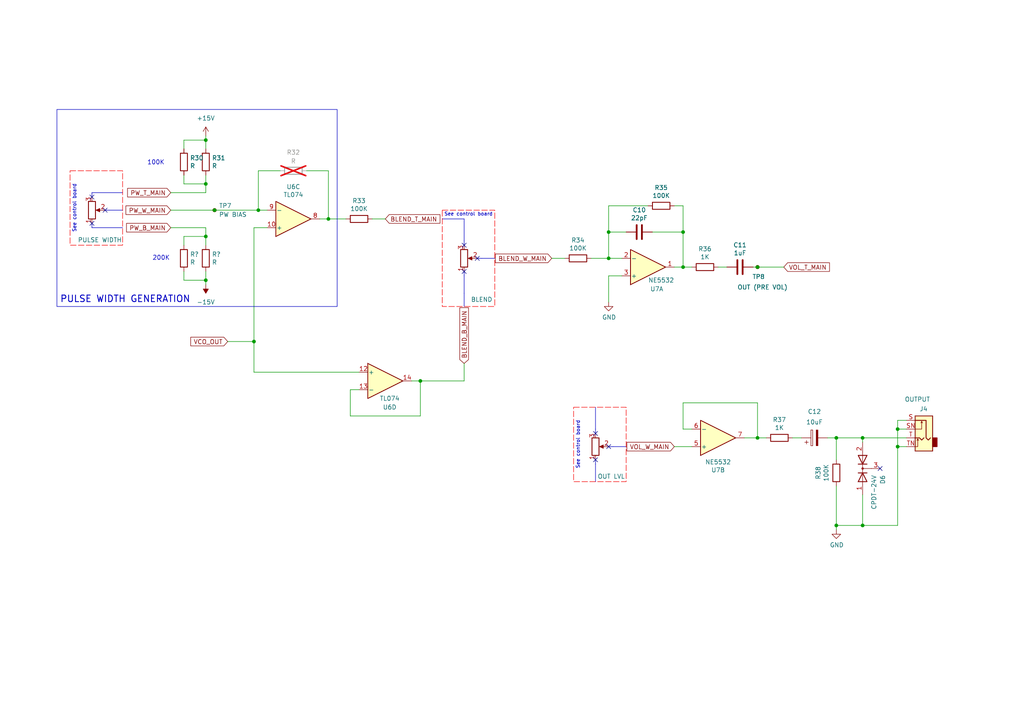
<source format=kicad_sch>
(kicad_sch (version 20250114) (generator "eeschema") (generator_version "9.0")
  (paper "A4")
  (lib_symbols
    (symbol "Amplifier_Operational:NE5532" (pin_names (offset 0.127))
      (property "Reference" "U" (at 0 5.08 0))
      (property "Value" "Amplifier_Operational_NE5532" (at 0 -5.08 0))
      (symbol "NE5532_1_1"
        (polyline (pts (xy -5.08 5.08) (xy 5.08 0) (xy -5.08 -5.08) (xy -5.08 5.08)) (stroke (width 0.254)) (fill (type background)))
        (pin input line (at -7.62 2.54 0) (length 2.54) (name "+") (number "3"))
        (pin input line (at -7.62 -2.54 0) (length 2.54) (name "-") (number "2"))
        (pin output line (at 7.62 0 180) (length 2.54) (name "~") (number "1"))
      )
      (symbol "NE5532_2_1"
        (polyline (pts (xy -5.08 5.08) (xy 5.08 0) (xy -5.08 -5.08) (xy -5.08 5.08)) (stroke (width 0.254)) (fill (type background)))
        (pin input line (at -7.62 2.54 0) (length 2.54) (name "+") (number "5"))
        (pin input line (at -7.62 -2.54 0) (length 2.54) (name "-") (number "6"))
        (pin output line (at 7.62 0 180) (length 2.54) (name "~") (number "7"))
      )
      (symbol "NE5532_3_1"
        (pin power_in line (at -2.54 7.62 270) (length 3.81) (name "V+") (number "8"))
        (pin power_in line (at -2.54 -7.62 90) (length 3.81) (name "V-") (number "4"))
      )
    )
    (symbol "Amplifier_Operational:TL074" (pin_names (offset 0.127))
      (property "Reference" "U" (at 0 5.08 0))
      (property "Value" "Amplifier_Operational_TL074" (at 0 -5.08 0))
      (symbol "TL074_1_1"
        (polyline (pts (xy -5.08 5.08) (xy 5.08 0) (xy -5.08 -5.08) (xy -5.08 5.08)) (stroke (width 0.254)) (fill (type background)))
        (pin input line (at -7.62 2.54 0) (length 2.54) (name "+") (number "3"))
        (pin input line (at -7.62 -2.54 0) (length 2.54) (name "-") (number "2"))
        (pin output line (at 7.62 0 180) (length 2.54) (name "~") (number "1"))
      )
      (symbol "TL074_2_1"
        (polyline (pts (xy -5.08 5.08) (xy 5.08 0) (xy -5.08 -5.08) (xy -5.08 5.08)) (stroke (width 0.254)) (fill (type background)))
        (pin input line (at -7.62 2.54 0) (length 2.54) (name "+") (number "5"))
        (pin input line (at -7.62 -2.54 0) (length 2.54) (name "-") (number "6"))
        (pin output line (at 7.62 0 180) (length 2.54) (name "~") (number "7"))
      )
      (symbol "TL074_3_1"
        (polyline (pts (xy -5.08 5.08) (xy 5.08 0) (xy -5.08 -5.08) (xy -5.08 5.08)) (stroke (width 0.254)) (fill (type background)))
        (pin input line (at -7.62 2.54 0) (length 2.54) (name "+") (number "10"))
        (pin input line (at -7.62 -2.54 0) (length 2.54) (name "-") (number "9"))
        (pin output line (at 7.62 0 180) (length 2.54) (name "~") (number "8"))
      )
      (symbol "TL074_4_1"
        (polyline (pts (xy -5.08 5.08) (xy 5.08 0) (xy -5.08 -5.08) (xy -5.08 5.08)) (stroke (width 0.254)) (fill (type background)))
        (pin input line (at -7.62 2.54 0) (length 2.54) (name "+") (number "12"))
        (pin input line (at -7.62 -2.54 0) (length 2.54) (name "-") (number "13"))
        (pin output line (at 7.62 0 180) (length 2.54) (name "~") (number "14"))
      )
      (symbol "TL074_5_1"
        (pin power_in line (at -2.54 7.62 270) (length 3.81) (name "V+") (number "4"))
        (pin power_in line (at -2.54 -7.62 90) (length 3.81) (name "V-") (number "11"))
      )
    )
    (symbol "Connector:TestPoint_Small" (pin_numbers (hide yes)) (pin_names (offset 0.762) (hide yes))
      (property "Reference" "TP" (at 0 3.81 0))
      (property "Value" "TestPoint_Small" (at 0 2.032 0))
      (symbol "TestPoint_Small_0_1"
        (circle (center 0 0) (radius 0.508))
      )
      (symbol "TestPoint_Small_1_1"
        (pin passive line (at 0 0 90) (length 0) (name "1") (number "1"))
      )
    )
    (symbol "Connector_Audio:NMJ4HFD2"
      (property "Reference" "J" (at 0 11.43 0))
      (property "Value" "NMJ4HFD2" (at 0 8.89 0))
      (symbol "NMJ4HFD2_0_1"
        (rectangle (start -2.54 0) (end -3.81 -2.54) (stroke (width 0.254)) (fill (type outline)))
        (rectangle (start 2.54 6.35) (end -2.54 -3.81) (stroke (width 0.254)) (fill (type background)))
      )
      (symbol "NMJ4HFD2_1_1"
        (polyline (pts (xy 0 0) (xy 0.635 -0.635) (xy 1.27 0) (xy 2.54 0)) (stroke (width 0.254)))
        (polyline (pts (xy 0.635 4.826) (xy 0.889 4.318)))
        (polyline (pts (xy 1.778 -0.254) (xy 2.032 -0.762)))
        (polyline (pts (xy 2.54 5.08) (xy -0.635 5.08) (xy -0.635 0) (xy -1.27 -0.635) (xy -1.905 0)) (stroke (width 0.254)))
        (polyline (pts (xy 2.54 2.54) (xy 0.635 2.54) (xy 0.635 4.826) (xy 0.381 4.318)))
        (polyline (pts (xy 2.54 -2.54) (xy 1.778 -2.54) (xy 1.778 -0.254) (xy 1.524 -0.762)))
        (pin passive line (at 5.08 5.08 180) (length 2.54) (name "~") (number "S"))
        (pin passive line (at 5.08 2.54 180) (length 2.54) (name "~") (number "SN"))
        (pin passive line (at 5.08 0 180) (length 2.54) (name "~") (number "T"))
        (pin passive line (at 5.08 -2.54 180) (length 2.54) (name "~") (number "TN"))
      )
    )
    (symbol "Device:C" (pin_numbers (hide yes)) (pin_names (offset 0.254))
      (property "Reference" "C" (at 0.635 2.54 0))
      (property "Value" "Device_C" (at 0.635 -2.54 0))
      (symbol "C_0_1"
        (polyline (pts (xy -2.032 0.762) (xy 2.032 0.762)) (stroke (width 0.508)))
        (polyline (pts (xy -2.032 -0.762) (xy 2.032 -0.762)) (stroke (width 0.508)))
      )
      (symbol "C_1_1"
        (pin passive line (at 0 3.81 270) (length 2.794) (name "~") (number "1"))
        (pin passive line (at 0 -3.81 90) (length 2.794) (name "~") (number "2"))
      )
    )
    (symbol "Device:C_Polarized" (pin_numbers (hide yes)) (pin_names (offset 0.254))
      (property "Reference" "C" (at 0.635 2.54 0))
      (property "Value" "C_Polarized" (at 0.635 -2.54 0))
      (symbol "C_Polarized_0_1"
        (rectangle (start -2.286 0.508) (end 2.286 1.016))
        (polyline (pts (xy -1.778 2.286) (xy -0.762 2.286)))
        (polyline (pts (xy -1.27 2.794) (xy -1.27 1.778)))
        (rectangle (start 2.286 -0.508) (end -2.286 -1.016) (fill (type outline)))
      )
      (symbol "C_Polarized_1_1"
        (pin passive line (at 0 3.81 270) (length 2.794) (name "~") (number "1"))
        (pin passive line (at 0 -3.81 90) (length 2.794) (name "~") (number "2"))
      )
    )
    (symbol "Device:R" (pin_numbers (hide yes)) (pin_names (offset 0))
      (property "Reference" "R" (at 2.032 0 90))
      (property "Value" "Device_R" (at 0 0 90))
      (symbol "R_0_1"
        (rectangle (start -1.016 -2.54) (end 1.016 2.54) (stroke (width 0.254)))
      )
      (symbol "R_1_1"
        (pin passive line (at 0 3.81 270) (length 1.27) (name "~") (number "1"))
        (pin passive line (at 0 -3.81 90) (length 1.27) (name "~") (number "2"))
      )
    )
    (symbol "Device:R_Potentiometer" (pin_names (offset 1.016) (hide yes))
      (property "Reference" "RV" (at -4.445 0 90))
      (property "Value" "R_Potentiometer" (at -2.54 0 90))
      (symbol "R_Potentiometer_0_1"
        (rectangle (start 1.016 2.54) (end -1.016 -2.54) (stroke (width 0.254)))
        (polyline (pts (xy 1.143 0) (xy 2.286 0.508) (xy 2.286 -0.508) (xy 1.143 0)) (fill (type outline)))
        (polyline (pts (xy 2.54 0) (xy 1.524 0)))
      )
      (symbol "R_Potentiometer_1_1"
        (pin passive line (at 0 3.81 270) (length 1.27) (name "1") (number "1"))
        (pin passive line (at 0 -3.81 90) (length 1.27) (name "3") (number "3"))
        (pin passive line (at 3.81 0 180) (length 1.27) (name "2") (number "2"))
      )
    )
    (symbol "Diode:BAV70" (pin_names (hide yes))
      (property "Reference" "D" (at 0.635 -2.54 0))
      (property "Value" "BAV70" (at 0 2.54 0))
      (symbol "BAV70_0_1"
        (polyline (pts (xy -3.81 1.27) (xy -1.27 0) (xy -3.81 -1.27) (xy -3.81 1.27) (xy -3.81 1.27) (xy -3.81 1.27)) (stroke (width 0.254)))
        (polyline (pts (xy -3.81 0) (xy 3.81 0)))
        (polyline (pts (xy -1.27 -1.27) (xy -1.27 1.27) (xy -1.27 1.27)) (stroke (width 0.254)))
        (polyline (pts (xy 0 0) (xy 0 -2.54)))
        (circle (center 0 0) (radius 0.254) (fill (type outline)))
        (polyline (pts (xy 1.27 -1.27) (xy 1.27 1.27) (xy 1.27 1.27)) (stroke (width 0.254)))
        (polyline (pts (xy 3.81 -1.27) (xy 1.27 0) (xy 3.81 1.27) (xy 3.81 -1.27) (xy 3.81 -1.27) (xy 3.81 -1.27)) (stroke (width 0.254)))
        (pin passive line (at -7.62 0 0) (length 3.81) (name "A") (number "1"))
        (pin passive line (at 0 -5.08 90) (length 2.54) (name "K") (number "3"))
        (pin passive line (at 7.62 0 180) (length 3.81) (name "A") (number "2"))
      )
    )
    (symbol "R_1" (pin_numbers (hide yes)) (pin_names (offset 0))
      (property "Reference" "R" (at 2.032 0 90))
      (property "Value" "R" (at 0 0 90))
      (symbol "R_1_0_1"
        (rectangle (start -1.016 -2.54) (end 1.016 2.54) (stroke (width 0.254)))
      )
      (symbol "R_1_1_1"
        (pin passive line (at 0 3.81 270) (length 1.27) (name "~") (number "1"))
        (pin passive line (at 0 -3.81 90) (length 1.27) (name "~") (number "2"))
      )
    )
    (symbol "power:+15V" (power) (pin_numbers (hide yes)) (pin_names (offset 0) (hide yes))
      (property "Value" "+15V" (at 0 3.556 0))
      (symbol "+15V_0_1"
        (polyline (pts (xy -0.762 1.27) (xy 0 2.54)))
        (polyline (pts (xy 0 2.54) (xy 0.762 1.27)))
        (polyline (pts (xy 0 0) (xy 0 2.54)))
      )
      (symbol "+15V_1_1"
        (pin power_in line (at 0 0 90) (length 0) (name "~") (number "1"))
      )
    )
    (symbol "power:-15V" (power) (pin_numbers (hide yes)) (pin_names (offset 0) (hide yes))
      (property "Value" "-15V" (at 0 3.556 0))
      (symbol "-15V_0_0"
        (pin power_in line (at 0 0 90) (length 0) (name "~") (number "1"))
      )
      (symbol "-15V_0_1"
        (polyline (pts (xy 0 0) (xy 0 1.27) (xy 0.762 1.27) (xy 0 2.54) (xy -0.762 1.27) (xy 0 1.27)) (fill (type outline)))
      )
    )
    (symbol "power:GND" (power) (pin_names (offset 0))
      (property "Value" "power_GND" (at 0 -3.81 0))
      (symbol "GND_0_1"
        (polyline (pts (xy 0 0) (xy 0 -1.27) (xy 1.27 -1.27) (xy 0 -2.54) (xy -1.27 -1.27) (xy 0 -1.27)))
      )
      (symbol "GND_1_1"
        (pin power_in line (at 0 0 270) (length 0) (hide yes) (name "GND") (number "1"))
      )
    )
  )
  (rectangle (start 20.32 49.53) (end 35.56 71.12) (stroke (width 0) (type dash) (color 245 0 0 1)))
  (rectangle (start 16.51 31.75) (end 97.79 88.9))
  (rectangle (start 166.37 118.11) (end 181.61 139.7) (stroke (width 0) (type dash) (color 245 0 0 1)))
  (rectangle (start 128.27 60.96) (end 143.51 88.9) (stroke (width 0) (type dash) (color 245 0 0 1)))
  (text "See control board" (at 21.59 60.452 90) (effects (font (size 1.016 1.016))))
  (text "See control board" (at 167.64 129.032 90) (effects (font (size 1.016 1.016))))
  (text "See control board" (at 135.89 62.23 0) (effects (font (size 1.016 1.016))))
  (text "200K" (at 46.736 74.93 0) (effects (font (size 1.27 1.27))))
  (text "100K" (at 45.212 47.244 0) (effects (font (size 1.27 1.27))))
  (text "PULSE WIDTH GENERATION" (at 36.322 86.868 0) (effects (font (size 1.905 1.905) (thickness 0.254) (bold yes))))
  (junction (at 250.19 152.4))
  (junction (at 260.35 129.54))
  (junction (at 74.93 60.96))
  (junction (at 59.69 53.34))
  (junction (at 242.57 127))
  (junction (at 260.35 124.46))
  (junction (at 95.25 63.5))
  (junction (at 59.69 40.64))
  (junction (at 59.69 81.28))
  (junction (at 219.71 77.47))
  (junction (at 59.69 68.58))
  (junction (at 198.12 77.47))
  (junction (at 176.53 74.93))
  (junction (at 176.53 67.31))
  (junction (at 219.71 127))
  (junction (at 250.19 127))
  (junction (at 198.12 67.31))
  (junction (at 62.23 60.96))
  (junction (at 73.66 99.06))
  (junction (at 121.92 110.49))
  (junction (at 242.57 152.4))
  (no_connect (at 176.53 129.54))
  (no_connect (at 26.67 64.77))
  (no_connect (at 134.62 71.12))
  (no_connect (at 30.48 60.96))
  (no_connect (at 172.72 125.73))
  (no_connect (at 26.67 57.15))
  (no_connect (at 255.27 135.89))
  (no_connect (at 138.43 74.93))
  (no_connect (at 134.62 78.74))
  (no_connect (at 172.72 133.35))
  (wire (pts (xy 242.57 152.4) (xy 242.57 153.67)))
  (wire (pts (xy 66.04 99.06) (xy 73.66 99.06)))
  (wire (pts (xy 250.19 127) (xy 250.19 128.27)))
  (wire (pts (xy 59.69 68.58) (xy 59.69 71.12)))
  (wire (pts (xy 59.69 40.64) (xy 59.69 43.18)))
  (wire (pts (xy 242.57 127) (xy 242.57 133.35)))
  (polyline (pts (xy 172.72 118.11) (xy 172.72 124.46)))
  (wire (pts (xy 119.38 110.49) (xy 121.92 110.49)))
  (polyline (pts (xy 134.62 85.09) (xy 134.62 88.9)))
  (wire (pts (xy 219.71 116.84) (xy 219.71 127)))
  (wire (pts (xy 198.12 59.69) (xy 198.12 67.31)))
  (wire (pts (xy 260.35 121.92) (xy 260.35 124.46)))
  (wire (pts (xy 176.53 74.93) (xy 180.34 74.93)))
  (wire (pts (xy 59.69 81.28) (xy 59.69 82.55)))
  (wire (pts (xy 180.34 80.01) (xy 176.53 80.01)))
  (wire (pts (xy 198.12 77.47) (xy 195.58 77.47)))
  (wire (pts (xy 208.28 77.47) (xy 210.82 77.47)))
  (wire (pts (xy 219.71 77.47) (xy 227.33 77.47)))
  (polyline (pts (xy 134.62 80.01) (xy 134.62 85.09)))
  (polyline (pts (xy 134.62 78.74) (xy 134.62 80.01)))
  (wire (pts (xy 242.57 127) (xy 240.03 127)))
  (polyline (pts (xy 26.67 57.15) (xy 26.67 55.88)))
  (polyline (pts (xy 26.67 66.04) (xy 35.56 66.04)))
  (wire (pts (xy 73.66 99.06) (xy 73.66 107.95)))
  (wire (pts (xy 176.53 80.01) (xy 176.53 87.63)))
  (wire (pts (xy 77.47 66.04) (xy 73.66 66.04)))
  (wire (pts (xy 73.66 107.95) (xy 104.14 107.95)))
  (wire (pts (xy 260.35 124.46) (xy 260.35 129.54)))
  (wire (pts (xy 101.6 113.03) (xy 104.14 113.03)))
  (wire (pts (xy 88.9 49.53) (xy 95.25 49.53)))
  (wire (pts (xy 62.23 60.96) (xy 74.93 60.96)))
  (wire (pts (xy 59.69 53.34) (xy 59.69 55.88)))
  (wire (pts (xy 218.44 77.47) (xy 219.71 77.47)))
  (wire (pts (xy 250.19 143.51) (xy 250.19 152.4)))
  (wire (pts (xy 187.96 59.69) (xy 176.53 59.69)))
  (wire (pts (xy 260.35 129.54) (xy 260.35 152.4)))
  (wire (pts (xy 101.6 120.65) (xy 101.6 113.03)))
  (polyline (pts (xy 30.48 60.96) (xy 31.75 60.96)))
  (wire (pts (xy 200.66 129.54) (xy 195.58 129.54)))
  (polyline (pts (xy 138.43 74.93) (xy 139.7 74.93)))
  (wire (pts (xy 134.62 105.41) (xy 134.62 110.49)))
  (wire (pts (xy 262.89 129.54) (xy 260.35 129.54)))
  (polyline (pts (xy 177.8 129.54) (xy 181.61 129.54)))
  (wire (pts (xy 59.69 53.34) (xy 59.69 50.8)))
  (wire (pts (xy 59.69 66.04) (xy 59.69 68.58)))
  (wire (pts (xy 121.92 120.65) (xy 101.6 120.65)))
  (wire (pts (xy 181.61 67.31) (xy 176.53 67.31)))
  (wire (pts (xy 53.34 53.34) (xy 59.69 53.34)))
  (polyline (pts (xy 134.62 69.85) (xy 134.62 63.5)))
  (wire (pts (xy 74.93 49.53) (xy 74.93 60.96)))
  (wire (pts (xy 242.57 140.97) (xy 242.57 152.4)))
  (wire (pts (xy 198.12 116.84) (xy 219.71 116.84)))
  (wire (pts (xy 250.19 127) (xy 262.89 127)))
  (wire (pts (xy 59.69 39.37) (xy 59.69 40.64)))
  (wire (pts (xy 49.53 60.96) (xy 62.23 60.96)))
  (wire (pts (xy 198.12 67.31) (xy 198.12 77.47)))
  (wire (pts (xy 49.53 66.04) (xy 59.69 66.04)))
  (wire (pts (xy 73.66 66.04) (xy 73.66 99.06)))
  (wire (pts (xy 229.87 127) (xy 232.41 127)))
  (wire (pts (xy 250.19 152.4) (xy 242.57 152.4)))
  (wire (pts (xy 176.53 59.69) (xy 176.53 67.31)))
  (wire (pts (xy 100.33 63.5) (xy 95.25 63.5)))
  (wire (pts (xy 81.28 49.53) (xy 74.93 49.53)))
  (wire (pts (xy 59.69 78.74) (xy 59.69 81.28)))
  (wire (pts (xy 163.83 74.93) (xy 160.02 74.93)))
  (wire (pts (xy 92.71 63.5) (xy 95.25 63.5)))
  (wire (pts (xy 176.53 67.31) (xy 176.53 74.93)))
  (polyline (pts (xy 172.72 125.73) (xy 172.72 124.46)))
  (wire (pts (xy 53.34 50.8) (xy 53.34 53.34)))
  (wire (pts (xy 195.58 59.69) (xy 198.12 59.69)))
  (wire (pts (xy 49.53 55.88) (xy 59.69 55.88)))
  (wire (pts (xy 260.35 124.46) (xy 262.89 124.46)))
  (wire (pts (xy 53.34 40.64) (xy 59.69 40.64)))
  (polyline (pts (xy 134.62 71.12) (xy 134.62 69.85)))
  (wire (pts (xy 189.23 67.31) (xy 198.12 67.31)))
  (polyline (pts (xy 139.7 74.93) (xy 143.51 74.93)))
  (wire (pts (xy 262.89 121.92) (xy 260.35 121.92)))
  (wire (pts (xy 74.93 60.96) (xy 77.47 60.96)))
  (wire (pts (xy 107.95 63.5) (xy 111.76 63.5)))
  (wire (pts (xy 198.12 77.47) (xy 200.66 77.47)))
  (polyline (pts (xy 172.72 134.62) (xy 172.72 139.7)))
  (wire (pts (xy 219.71 127) (xy 222.25 127)))
  (wire (pts (xy 53.34 43.18) (xy 53.34 40.64)))
  (wire (pts (xy 53.34 81.28) (xy 59.69 81.28)))
  (wire (pts (xy 200.66 124.46) (xy 198.12 124.46)))
  (wire (pts (xy 53.34 68.58) (xy 59.69 68.58)))
  (wire (pts (xy 121.92 110.49) (xy 134.62 110.49)))
  (polyline (pts (xy 31.75 60.96) (xy 35.56 60.96)))
  (wire (pts (xy 53.34 78.74) (xy 53.34 81.28)))
  (wire (pts (xy 260.35 152.4) (xy 250.19 152.4)))
  (wire (pts (xy 53.34 71.12) (xy 53.34 68.58)))
  (wire (pts (xy 171.45 74.93) (xy 176.53 74.93)))
  (wire (pts (xy 215.9 127) (xy 219.71 127)))
  (polyline (pts (xy 26.67 55.88) (xy 35.56 55.88)))
  (polyline (pts (xy 26.67 64.77) (xy 26.67 66.04)))
  (wire (pts (xy 121.92 110.49) (xy 121.92 120.65)))
  (polyline (pts (xy 128.27 63.5) (xy 134.62 63.5)))
  (polyline (pts (xy 176.53 129.54) (xy 177.8 129.54)))
  (wire (pts (xy 198.12 124.46) (xy 198.12 116.84)))
  (wire (pts (xy 242.57 127) (xy 250.19 127)))
  (polyline (pts (xy 172.72 133.35) (xy 172.72 134.62)))
  (wire (pts (xy 95.25 49.53) (xy 95.25 63.5)))
  (global_label "BLEND_W_MAIN" (shape input) (at 160.02 74.93 180) (property "Intersheetrefs" "${INTERSHEET_REFS}" (effects (hide yes))))
  (global_label "VCO_OUT" (shape input) (at 66.04 99.06 180) (property "Intersheetrefs" "${INTERSHEET_REFS}" (effects (hide yes))))
  (global_label "BLEND_T_MAIN" (shape input) (at 111.76 63.5 0) (property "Intersheetrefs" "${INTERSHEET_REFS}" (effects (hide yes))))
  (global_label "PW_B_MAIN" (shape input) (at 49.53 66.04 180) (property "Intersheetrefs" "${INTERSHEET_REFS}" (effects (hide yes))))
  (global_label "VOL_T_MAIN" (shape input) (at 227.33 77.47 0) (property "Intersheetrefs" "${INTERSHEET_REFS}" (effects (hide yes))))
  (global_label "BLEND_B_MAIN" (shape input) (at 134.62 105.41 90) (property "Intersheetrefs" "${INTERSHEET_REFS}" (effects (hide yes))))
  (global_label "VOL_W_MAIN" (shape input) (at 195.58 129.54 180) (property "Intersheetrefs" "${INTERSHEET_REFS}" (effects (hide yes))))
  (global_label "PW_W_MAIN" (shape input) (at 49.53 60.96 180) (property "Intersheetrefs" "${INTERSHEET_REFS}" (effects (hide yes))))
  (global_label "PW_T_MAIN" (shape input) (at 49.53 55.88 180) (property "Intersheetrefs" "${INTERSHEET_REFS}" (effects (hide yes))))
  (symbol (lib_id "Device:R") (at 59.69 74.93 0) (unit 1)
    (property "Reference" "R29" (at 61.468 73.7616 0) (effects (justify left)))
    (property "Value" "R" (at 61.468 76.073 0) (effects (justify left)))
    (property "Footprint" "customlib:RESC2012X60N" (effects (hide yes)))
    (instances (project "" (path "" (reference "R?") (unit 1)) (path "" (reference "R29") (unit 1))))
  )
  (symbol (lib_id "Device:R") (at 53.34 74.93 0) (unit 1)
    (property "Reference" "R28" (at 55.118 73.7616 0) (effects (justify left)))
    (property "Value" "R" (at 55.118 76.073 0) (effects (justify left)))
    (property "Footprint" "customlib:RESC2012X60N" (effects (hide yes)))
    (instances (project "" (path "" (reference "R?") (unit 1)) (path "" (reference "R28") (unit 1))))
  )
  (symbol (lib_id "Amplifier_Operational:TL074") (at 85.09 63.5 0) (mirror x) (unit 3)
    (property "Reference" "U6" (at 85.09 54.1782 0))
    (property "Value" "TL074" (at 85.09 56.4896 0))
    (property "Footprint" "Package_DIP:DIP-14_W7.62mm_Socket" (effects (hide yes)))
    (property "Datasheet" "http://www.ti.com/lit/ds/symlink/tl071.pdf" (effects (hide yes)))
  )
  (symbol (lib_id "Amplifier_Operational:TL074") (at 111.76 110.49 0) (unit 4)
    (property "Reference" "U6" (at 113.03 118.11 0))
    (property "Value" "TL074" (at 113.03 115.57 0))
    (property "Footprint" "Package_DIP:DIP-14_W7.62mm_Socket" (effects (hide yes)))
    (property "Datasheet" "http://www.ti.com/lit/ds/symlink/tl071.pdf" (effects (hide yes)))
  )
  (symbol (lib_id "Amplifier_Operational:NE5532") (at 187.96 77.47 0) (mirror x) (unit 1)
    (property "Reference" "U7" (at 190.5 83.82 0))
    (property "Value" "NE5532" (at 191.77 81.28 0))
    (property "Footprint" "Package_DIP:DIP-8_W7.62mm_Socket" (effects (hide yes)))
    (property "Datasheet" "http://www.ti.com/lit/ds/symlink/ne5532.pdf" (effects (hide yes)))
  )
  (symbol (lib_id "Amplifier_Operational:NE5532") (at 208.28 127 0) (mirror x) (unit 2)
    (property "Reference" "U7" (at 208.28 136.3218 0))
    (property "Value" "NE5532" (at 208.28 134.0104 0))
    (property "Footprint" "Package_DIP:DIP-8_W7.62mm_Socket" (effects (hide yes)))
    (property "Datasheet" "http://www.ti.com/lit/ds/symlink/ne5532.pdf" (effects (hide yes)))
  )
  (symbol (lib_id "Device:R") (at 53.34 46.99 0) (unit 1)
    (property "Reference" "R30" (at 55.118 45.8216 0) (effects (justify left)))
    (property "Value" "R" (at 55.118 48.133 0) (effects (justify left)))
    (property "Footprint" "customlib:RESC2012X60N" (effects (hide yes)))
  )
  (symbol (lib_id "Device:R") (at 59.69 46.99 0) (unit 1)
    (property "Reference" "R31" (at 61.468 45.8216 0) (effects (justify left)))
    (property "Value" "R" (at 61.468 48.133 0) (effects (justify left)))
    (property "Footprint" "customlib:RESC2012X60N" (effects (hide yes)))
  )
  (symbol (lib_id "Device:R") (at 104.14 63.5 270) (unit 1)
    (property "Reference" "R33" (at 104.14 58.2422 90))
    (property "Value" "100K" (at 104.14 60.5536 90))
    (property "Footprint" "customlib:RESC2012X60N" (effects (hide yes)))
  )
  (symbol (lib_id "Device:R") (at 167.64 74.93 270) (unit 1)
    (property "Reference" "R34" (at 167.64 69.6722 90))
    (property "Value" "100K" (at 167.64 71.9836 90))
    (property "Footprint" "customlib:RESC2012X60N" (effects (hide yes)))
  )
  (symbol (lib_id "Device:R") (at 191.77 59.69 270) (unit 1)
    (property "Reference" "R35" (at 191.77 54.4322 90))
    (property "Value" "100K" (at 191.77 56.7436 90))
    (property "Footprint" "customlib:RESC2012X60N" (effects (hide yes)))
  )
  (symbol (lib_id "Device:C") (at 185.42 67.31 270) (unit 1)
    (property "Reference" "C10" (at 185.42 60.9092 90))
    (property "Value" "22pF" (at 185.42 63.2206 90))
    (property "Footprint" "customlib:C0805" (effects (hide yes)))
  )
  (symbol (lib_id "Device:R") (at 204.47 77.47 270) (unit 1)
    (property "Reference" "R36" (at 204.47 72.2122 90))
    (property "Value" "1K" (at 204.47 74.5236 90))
    (property "Footprint" "customlib:RESC2012X60N" (effects (hide yes)))
  )
  (symbol (lib_id "Device:C") (at 214.63 77.47 270) (unit 1)
    (property "Reference" "C11" (at 214.63 71.0692 90))
    (property "Value" "1uF" (at 214.63 73.3806 90))
    (property "Footprint" "Capacitor_THT:C_Rect_L7.2mm_W4.5mm_P5.00mm_FKS2_FKP2_MKS2_MKP2" (effects (hide yes)))
  )
  (symbol (lib_id "Device:R") (at 226.06 127 270) (unit 1)
    (property "Reference" "R37" (at 226.06 121.7422 90))
    (property "Value" "1K" (at 226.06 124.0536 90))
    (property "Footprint" "customlib:RESC2012X60N" (effects (hide yes)))
  )
  (symbol (lib_id "power:GND") (at 176.53 87.63 0) (unit 1)
    (property "Reference" "#PWR026" (effects (hide yes)))
    (property "Value" "GND" (at 176.657 92.0242 0))
  )
  (symbol (lib_id "power:GND") (at 242.57 153.67 0) (unit 1)
    (property "Reference" "#PWR027" (effects (hide yes)))
    (property "Value" "GND" (at 242.697 158.0642 0))
  )
  (symbol (lib_id "Diode:BAV70") (at 250.19 135.89 90) (unit 1)
    (property "Reference" "D6" (at 256.032 140.462 0) (effects (justify left)))
    (property "Value" "CPDT-24V" (at 253.492 147.828 0) (effects (justify left)))
    (property "Footprint" "Package_TO_SOT_SMD:SOT-23" (effects (hide yes)))
    (property "Datasheet" "https://assets.nexperia.com/documents/data-sheet/BAV70_SER.pdf" (effects (hide yes)))
    (property "Description" "Dual 100V 215mA high-speed switching diodes, common cathode, SOT-23" (effects (hide yes)))
  )
  (symbol (lib_id "power:+15V") (at 59.69 39.37 0) (unit 1)
    (property "Reference" "#PWR024" (effects (hide yes)))
    (property "Value" "+15V" (at 59.69 34.29 0))
    (property "Description" "Power symbol creates a global label with name \"+15V\"" (effects (hide yes)))
  )
  (symbol (lib_id "Device:R_Potentiometer") (at 26.67 60.96 0) (mirror x) (unit 1) (in_bom no) (on_board no)
    (property "Reference" "RV4" (effects (hide yes)))
    (property "Value" "PULSE WIDTH" (at 28.956 69.596 0))
    (property "Description" "Potentiometer" (effects (hide yes)))
  )
  (symbol (lib_id "Connector:TestPoint_Small") (at 62.23 60.96 0) (unit 1)
    (property "Reference" "TP7" (at 63.5 59.6899 0) (effects (justify left)))
    (property "Value" "PW BIAS" (at 63.5 62.2299 0) (effects (justify left)))
    (property "Footprint" "TestPoint:TestPoint_Pad_D1.5mm" (effects (hide yes)))
    (property "Description" "test point" (effects (hide yes)))
  )
  (symbol (lib_id "Device:R_Potentiometer") (at 134.62 74.93 0) (mirror x) (unit 1) (in_bom no) (on_board no)
    (property "Reference" "RV5" (effects (hide yes)))
    (property "Value" "BLEND" (at 139.7 86.868 0))
    (property "Description" "Potentiometer" (effects (hide yes)))
  )
  (symbol (lib_id "Device:R") (at 242.57 137.16 0) (unit 1)
    (property "Reference" "R38" (at 237.3122 137.16 90))
    (property "Value" "100K" (at 239.6236 137.16 90))
    (property "Footprint" "customlib:RESC2012X60N" (effects (hide yes)))
  )
  (symbol (lib_id "Connector_Audio:NMJ4HFD2") (at 267.97 127 0) (mirror y) (unit 1)
    (property "Reference" "J4" (at 266.7 118.618 0) (effects (justify right)))
    (property "Value" "OUTPUT" (at 262.382 115.824 0) (effects (justify right)))
    (property "Footprint" "Connector_Audio:Jack_6.35mm_Neutrik_NMJ4HFD2_Horizontal" (effects (hide yes)))
    (property "Datasheet" "https://www.neutrik.com/en/product/nmj4hfd2" (effects (hide yes)))
    (property "Description" "M Series, 6.35mm (1/4in) mono jack, switched, with full threaded nose and straight PCB pins" (effects (hide yes)))
  )
  (symbol (lib_id "Device:R_Potentiometer") (at 172.72 129.54 0) (mirror x) (unit 1) (in_bom no) (on_board no)
    (property "Reference" "RV6" (effects (hide yes)))
    (property "Value" "OUT LVL" (at 177.292 138.176 0))
    (property "Description" "Potentiometer" (effects (hide yes)))
  )
  (symbol (lib_name "R_1") (lib_id "Device:R") (at 85.09 49.53 90) (unit 1) (dnp yes)
    (property "Reference" "R32" (at 85.09 44.196 90))
    (property "Value" "R" (at 85.09 46.736 90))
    (property "Footprint" "customlib:RESC2012X60N" (effects (hide yes)))
    (property "Description" "Resistor" (effects (hide yes)))
  )
  (symbol (lib_id "Connector:TestPoint_Small") (at 219.71 77.47 0) (unit 1)
    (property "Reference" "TP8" (at 218.186 80.264 0) (effects (justify left)))
    (property "Value" "OUT (PRE VOL)" (at 213.868 83.312 0) (effects (justify left)))
    (property "Footprint" "TestPoint:TestPoint_Pad_D1.5mm" (effects (hide yes)))
    (property "Description" "test point" (effects (hide yes)))
  )
  (symbol (lib_id "Device:C_Polarized") (at 236.22 127 90) (unit 1)
    (property "Reference" "C12" (at 236.22 119.38 90))
    (property "Value" "10uF" (at 236.22 122.428 90))
    (property "Footprint" "Capacitor_THT:CP_Radial_D5.0mm_P2.00mm" (effects (hide yes)))
    (property "Description" "Polarized capacitor" (effects (hide yes)))
  )
  (symbol (lib_id "power:-15V") (at 59.69 82.55 180) (unit 1)
    (property "Reference" "#PWR025" (effects (hide yes)))
    (property "Value" "-15V" (at 59.69 87.63 0))
    (property "Description" "Power symbol creates a global label with name \"-15V\"" (effects (hide yes)))
  )
)
</source>
